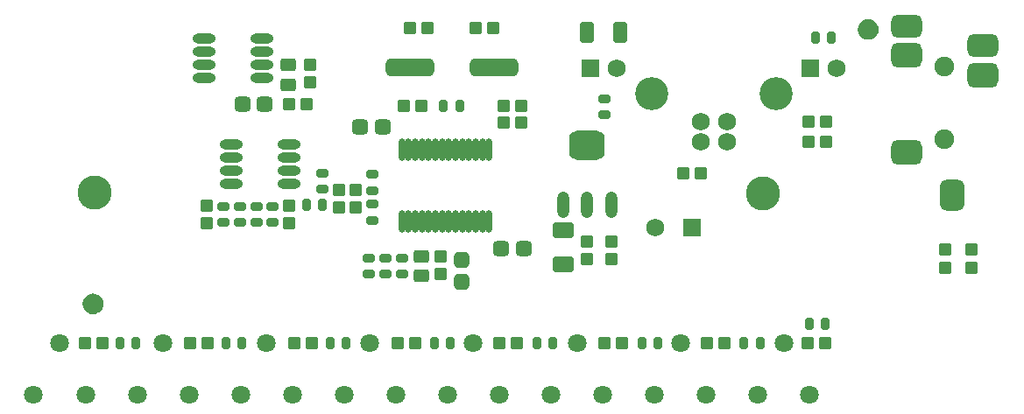
<source format=gts>
G04 Layer_Color=8388736*
%FSLAX24Y24*%
%MOIN*%
G70*
G01*
G75*
G04:AMPARAMS|DCode=47|XSize=94.6mil|YSize=118.2mil|CornerRadius=25.7mil|HoleSize=0mil|Usage=FLASHONLY|Rotation=270.000|XOffset=0mil|YOffset=0mil|HoleType=Round|Shape=RoundedRectangle|*
%AMROUNDEDRECTD47*
21,1,0.0946,0.0669,0,0,270.0*
21,1,0.0433,0.1182,0,0,270.0*
1,1,0.0513,-0.0335,-0.0217*
1,1,0.0513,-0.0335,0.0217*
1,1,0.0513,0.0335,0.0217*
1,1,0.0513,0.0335,-0.0217*
%
%ADD47ROUNDEDRECTD47*%
G04:AMPARAMS|DCode=48|XSize=86.7mil|YSize=118.2mil|CornerRadius=23.7mil|HoleSize=0mil|Usage=FLASHONLY|Rotation=270.000|XOffset=0mil|YOffset=0mil|HoleType=Round|Shape=RoundedRectangle|*
%AMROUNDEDRECTD48*
21,1,0.0867,0.0709,0,0,270.0*
21,1,0.0394,0.1182,0,0,270.0*
1,1,0.0474,-0.0354,-0.0197*
1,1,0.0474,-0.0354,0.0197*
1,1,0.0474,0.0354,0.0197*
1,1,0.0474,0.0354,-0.0197*
%
%ADD48ROUNDEDRECTD48*%
G04:AMPARAMS|DCode=49|XSize=94.6mil|YSize=118.2mil|CornerRadius=25.7mil|HoleSize=0mil|Usage=FLASHONLY|Rotation=0.000|XOffset=0mil|YOffset=0mil|HoleType=Round|Shape=RoundedRectangle|*
%AMROUNDEDRECTD49*
21,1,0.0946,0.0669,0,0,0.0*
21,1,0.0433,0.1182,0,0,0.0*
1,1,0.0513,0.0217,-0.0335*
1,1,0.0513,-0.0217,-0.0335*
1,1,0.0513,-0.0217,0.0335*
1,1,0.0513,0.0217,0.0335*
%
%ADD49ROUNDEDRECTD49*%
G04:AMPARAMS|DCode=50|XSize=49mil|YSize=44mil|CornerRadius=5.8mil|HoleSize=0mil|Usage=FLASHONLY|Rotation=90.000|XOffset=0mil|YOffset=0mil|HoleType=Round|Shape=RoundedRectangle|*
%AMROUNDEDRECTD50*
21,1,0.0490,0.0324,0,0,90.0*
21,1,0.0374,0.0440,0,0,90.0*
1,1,0.0116,0.0162,0.0187*
1,1,0.0116,0.0162,-0.0187*
1,1,0.0116,-0.0162,-0.0187*
1,1,0.0116,-0.0162,0.0187*
%
%ADD50ROUNDEDRECTD50*%
G04:AMPARAMS|DCode=51|XSize=59.2mil|YSize=80mil|CornerRadius=6.6mil|HoleSize=0mil|Usage=FLASHONLY|Rotation=270.000|XOffset=0mil|YOffset=0mil|HoleType=Round|Shape=RoundedRectangle|*
%AMROUNDEDRECTD51*
21,1,0.0592,0.0669,0,0,270.0*
21,1,0.0461,0.0800,0,0,270.0*
1,1,0.0131,-0.0335,-0.0230*
1,1,0.0131,-0.0335,0.0230*
1,1,0.0131,0.0335,0.0230*
1,1,0.0131,0.0335,-0.0230*
%
%ADD51ROUNDEDRECTD51*%
G04:AMPARAMS|DCode=52|XSize=55.2mil|YSize=82.8mil|CornerRadius=15.8mil|HoleSize=0mil|Usage=FLASHONLY|Rotation=0.000|XOffset=0mil|YOffset=0mil|HoleType=Round|Shape=RoundedRectangle|*
%AMROUNDEDRECTD52*
21,1,0.0552,0.0512,0,0,0.0*
21,1,0.0236,0.0828,0,0,0.0*
1,1,0.0316,0.0118,-0.0256*
1,1,0.0316,-0.0118,-0.0256*
1,1,0.0316,-0.0118,0.0256*
1,1,0.0316,0.0118,0.0256*
%
%ADD52ROUNDEDRECTD52*%
G04:AMPARAMS|DCode=53|XSize=36mil|YSize=43.8mil|CornerRadius=6.8mil|HoleSize=0mil|Usage=FLASHONLY|Rotation=180.000|XOffset=0mil|YOffset=0mil|HoleType=Round|Shape=RoundedRectangle|*
%AMROUNDEDRECTD53*
21,1,0.0360,0.0302,0,0,180.0*
21,1,0.0224,0.0438,0,0,180.0*
1,1,0.0136,-0.0112,0.0151*
1,1,0.0136,0.0112,0.0151*
1,1,0.0136,0.0112,-0.0151*
1,1,0.0136,-0.0112,-0.0151*
%
%ADD53ROUNDEDRECTD53*%
G04:AMPARAMS|DCode=54|XSize=36mil|YSize=43.8mil|CornerRadius=6.8mil|HoleSize=0mil|Usage=FLASHONLY|Rotation=90.000|XOffset=0mil|YOffset=0mil|HoleType=Round|Shape=RoundedRectangle|*
%AMROUNDEDRECTD54*
21,1,0.0360,0.0302,0,0,90.0*
21,1,0.0224,0.0438,0,0,90.0*
1,1,0.0136,0.0151,0.0112*
1,1,0.0136,0.0151,-0.0112*
1,1,0.0136,-0.0151,-0.0112*
1,1,0.0136,-0.0151,0.0112*
%
%ADD54ROUNDEDRECTD54*%
G04:AMPARAMS|DCode=55|XSize=63.1mil|YSize=49.3mil|CornerRadius=14.3mil|HoleSize=0mil|Usage=FLASHONLY|Rotation=180.000|XOffset=0mil|YOffset=0mil|HoleType=Round|Shape=RoundedRectangle|*
%AMROUNDEDRECTD55*
21,1,0.0631,0.0207,0,0,180.0*
21,1,0.0344,0.0493,0,0,180.0*
1,1,0.0287,-0.0172,0.0103*
1,1,0.0287,0.0172,0.0103*
1,1,0.0287,0.0172,-0.0103*
1,1,0.0287,-0.0172,-0.0103*
%
%ADD55ROUNDEDRECTD55*%
G04:AMPARAMS|DCode=56|XSize=67.1mil|YSize=185.2mil|CornerRadius=18.8mil|HoleSize=0mil|Usage=FLASHONLY|Rotation=90.000|XOffset=0mil|YOffset=0mil|HoleType=Round|Shape=RoundedRectangle|*
%AMROUNDEDRECTD56*
21,1,0.0671,0.1476,0,0,90.0*
21,1,0.0295,0.1852,0,0,90.0*
1,1,0.0375,0.0738,0.0148*
1,1,0.0375,0.0738,-0.0148*
1,1,0.0375,-0.0738,-0.0148*
1,1,0.0375,-0.0738,0.0148*
%
%ADD56ROUNDEDRECTD56*%
%ADD57O,0.0257X0.0867*%
%ADD58O,0.0474X0.1005*%
G04:AMPARAMS|DCode=59|XSize=136mil|YSize=110.4mil|CornerRadius=29.6mil|HoleSize=0mil|Usage=FLASHONLY|Rotation=0.000|XOffset=0mil|YOffset=0mil|HoleType=Round|Shape=RoundedRectangle|*
%AMROUNDEDRECTD59*
21,1,0.1360,0.0512,0,0,0.0*
21,1,0.0768,0.1104,0,0,0.0*
1,1,0.0592,0.0384,-0.0256*
1,1,0.0592,-0.0384,-0.0256*
1,1,0.0592,-0.0384,0.0256*
1,1,0.0592,0.0384,0.0256*
%
%ADD59ROUNDEDRECTD59*%
%ADD60O,0.0880X0.0375*%
G04:AMPARAMS|DCode=61|XSize=49mil|YSize=44mil|CornerRadius=5.8mil|HoleSize=0mil|Usage=FLASHONLY|Rotation=0.000|XOffset=0mil|YOffset=0mil|HoleType=Round|Shape=RoundedRectangle|*
%AMROUNDEDRECTD61*
21,1,0.0490,0.0324,0,0,0.0*
21,1,0.0374,0.0440,0,0,0.0*
1,1,0.0116,0.0187,-0.0162*
1,1,0.0116,-0.0187,-0.0162*
1,1,0.0116,-0.0187,0.0162*
1,1,0.0116,0.0187,0.0162*
%
%ADD61ROUNDEDRECTD61*%
G04:AMPARAMS|DCode=62|XSize=62mil|YSize=58mil|CornerRadius=16.5mil|HoleSize=0mil|Usage=FLASHONLY|Rotation=180.000|XOffset=0mil|YOffset=0mil|HoleType=Round|Shape=RoundedRectangle|*
%AMROUNDEDRECTD62*
21,1,0.0620,0.0250,0,0,180.0*
21,1,0.0290,0.0580,0,0,180.0*
1,1,0.0330,-0.0145,0.0125*
1,1,0.0330,0.0145,0.0125*
1,1,0.0330,0.0145,-0.0125*
1,1,0.0330,-0.0145,-0.0125*
%
%ADD62ROUNDEDRECTD62*%
G04:AMPARAMS|DCode=63|XSize=62mil|YSize=58mil|CornerRadius=16.5mil|HoleSize=0mil|Usage=FLASHONLY|Rotation=90.000|XOffset=0mil|YOffset=0mil|HoleType=Round|Shape=RoundedRectangle|*
%AMROUNDEDRECTD63*
21,1,0.0620,0.0250,0,0,90.0*
21,1,0.0290,0.0580,0,0,90.0*
1,1,0.0330,0.0125,0.0145*
1,1,0.0330,0.0125,-0.0145*
1,1,0.0330,-0.0125,-0.0145*
1,1,0.0330,-0.0125,0.0145*
%
%ADD63ROUNDEDRECTD63*%
%ADD64C,0.1300*%
%ADD65C,0.0710*%
%ADD66C,0.0749*%
%ADD67C,0.1261*%
%ADD68C,0.0680*%
%ADD69R,0.0680X0.0680*%
G36*
X65615Y45325D02*
X65710Y45285D01*
X65793Y45222D01*
X65856Y45139D01*
X65895Y45044D01*
X65909Y44941D01*
X65895Y44838D01*
X65856Y44742D01*
X65793Y44660D01*
X65710Y44597D01*
X65615Y44557D01*
X65512Y44544D01*
X65409Y44557D01*
X65313Y44597D01*
X65231Y44660D01*
X65168Y44742D01*
X65128Y44838D01*
X65115Y44941D01*
X65128Y45044D01*
X65168Y45139D01*
X65231Y45222D01*
X65313Y45285D01*
X65409Y45325D01*
X65512Y45338D01*
X65615Y45325D01*
D02*
G37*
G36*
X36126Y34872D02*
X36222Y34832D01*
X36304Y34769D01*
X36368Y34687D01*
X36407Y34591D01*
X36421Y34488D01*
X36407Y34385D01*
X36368Y34290D01*
X36304Y34207D01*
X36222Y34144D01*
X36126Y34105D01*
X36024Y34091D01*
X35921Y34105D01*
X35825Y34144D01*
X35743Y34207D01*
X35680Y34290D01*
X35640Y34385D01*
X35627Y34488D01*
X35640Y34591D01*
X35680Y34687D01*
X35743Y34769D01*
X35825Y34832D01*
X35921Y34872D01*
X36024Y34885D01*
X36126Y34872D01*
D02*
G37*
D47*
X66968Y43957D02*
D03*
X69882Y43209D02*
D03*
X66968Y40256D02*
D03*
D48*
Y45059D02*
D03*
X69882Y44311D02*
D03*
D49*
X68720Y38642D02*
D03*
D50*
X69459Y35876D02*
D03*
Y36546D02*
D03*
X68435Y35876D02*
D03*
Y36546D02*
D03*
X49232Y35630D02*
D03*
Y36300D02*
D03*
X54823Y36181D02*
D03*
Y36851D02*
D03*
X55728Y36181D02*
D03*
Y36851D02*
D03*
X45374Y38819D02*
D03*
Y38149D02*
D03*
X46004Y38819D02*
D03*
Y38149D02*
D03*
X44272Y42913D02*
D03*
Y43583D02*
D03*
X43474Y37549D02*
D03*
Y38219D02*
D03*
X40344Y37549D02*
D03*
Y38219D02*
D03*
D51*
X53917Y37284D02*
D03*
Y35984D02*
D03*
D52*
X54823Y44823D02*
D03*
X56083D02*
D03*
D53*
X49970Y42028D02*
D03*
X49360D02*
D03*
X63494Y44626D02*
D03*
X64104D02*
D03*
X44134Y38248D02*
D03*
X44744D02*
D03*
X63878Y33720D02*
D03*
X63268D02*
D03*
X60788Y32992D02*
D03*
X61398D02*
D03*
X56900D02*
D03*
X57510D02*
D03*
X52894D02*
D03*
X53504D02*
D03*
X49006Y32982D02*
D03*
X49616D02*
D03*
X45030Y32992D02*
D03*
X45640D02*
D03*
X41063D02*
D03*
X41673D02*
D03*
X37047Y32992D02*
D03*
X37657D02*
D03*
D54*
X46516Y35620D02*
D03*
Y36230D02*
D03*
X47776Y35620D02*
D03*
Y36230D02*
D03*
X47146Y35620D02*
D03*
Y36230D02*
D03*
X55492Y41683D02*
D03*
Y42293D02*
D03*
X44744Y38849D02*
D03*
Y39459D02*
D03*
X46634Y38809D02*
D03*
Y39419D02*
D03*
Y37667D02*
D03*
Y38277D02*
D03*
X42234Y38209D02*
D03*
Y37599D02*
D03*
X42854Y38209D02*
D03*
Y37599D02*
D03*
X40974Y38209D02*
D03*
Y37599D02*
D03*
X41604Y37598D02*
D03*
Y38208D02*
D03*
D55*
X48524Y36299D02*
D03*
Y35551D02*
D03*
X43445Y43583D02*
D03*
Y42835D02*
D03*
D56*
X48071Y43484D02*
D03*
X51280D02*
D03*
D57*
X49301Y40374D02*
D03*
X49557D02*
D03*
X47766D02*
D03*
X48022D02*
D03*
X48278D02*
D03*
X48533D02*
D03*
X48789D02*
D03*
X49045D02*
D03*
X51093D02*
D03*
X49813D02*
D03*
X50069D02*
D03*
X50325D02*
D03*
X50581D02*
D03*
X50837D02*
D03*
X49557Y37618D02*
D03*
X49301D02*
D03*
X49045D02*
D03*
X48789D02*
D03*
X48533D02*
D03*
X48278D02*
D03*
X48022D02*
D03*
X47766D02*
D03*
X51093D02*
D03*
X50837D02*
D03*
X50581D02*
D03*
X50325D02*
D03*
X50069D02*
D03*
X49813D02*
D03*
D58*
X53917Y38248D02*
D03*
X55728D02*
D03*
X54823D02*
D03*
D59*
Y40531D02*
D03*
D60*
X42456Y43587D02*
D03*
X40256D02*
D03*
X42456Y43087D02*
D03*
X40256D02*
D03*
X42456Y44587D02*
D03*
Y44087D02*
D03*
X40256D02*
D03*
Y44587D02*
D03*
X43480Y39571D02*
D03*
X41280D02*
D03*
X43480Y39071D02*
D03*
X41280D02*
D03*
X43480Y40571D02*
D03*
Y40071D02*
D03*
X41280D02*
D03*
Y40571D02*
D03*
D61*
X50590Y44980D02*
D03*
X51260D02*
D03*
X48741D02*
D03*
X48071D02*
D03*
X51653Y41398D02*
D03*
X52323D02*
D03*
X51653Y42027D02*
D03*
X52323D02*
D03*
X48504Y42028D02*
D03*
X47834D02*
D03*
X58464Y39469D02*
D03*
X59134D02*
D03*
X63898Y40650D02*
D03*
X63228D02*
D03*
X63898Y41437D02*
D03*
X63228D02*
D03*
X44134Y42106D02*
D03*
X43464D02*
D03*
X63218Y32992D02*
D03*
X63888D02*
D03*
X59380D02*
D03*
X60050D02*
D03*
X55482D02*
D03*
X56152D02*
D03*
X51486D02*
D03*
X52156D02*
D03*
X47618Y32982D02*
D03*
X48288D02*
D03*
X43661Y32992D02*
D03*
X44331D02*
D03*
X39714D02*
D03*
X40384D02*
D03*
X35698Y32992D02*
D03*
X36368D02*
D03*
D62*
X46188Y41240D02*
D03*
X47028D02*
D03*
X52395Y36594D02*
D03*
X51555D02*
D03*
X42553Y42106D02*
D03*
X41713D02*
D03*
D63*
X50059Y36175D02*
D03*
Y35335D02*
D03*
D64*
X36083Y38720D02*
D03*
X61516Y38681D02*
D03*
D65*
X33760Y31024D02*
D03*
X37697D02*
D03*
X41634D02*
D03*
X45571D02*
D03*
X49508D02*
D03*
X53445D02*
D03*
X57382D02*
D03*
X61319D02*
D03*
X35728D02*
D03*
X39665D02*
D03*
X43602D02*
D03*
X47539D02*
D03*
X51476D02*
D03*
X55413D02*
D03*
X59350D02*
D03*
X63287D02*
D03*
X62303Y32992D02*
D03*
X58366D02*
D03*
X54429D02*
D03*
X50492D02*
D03*
X46555D02*
D03*
X42618D02*
D03*
X38671D02*
D03*
X34744D02*
D03*
D66*
X68425Y40768D02*
D03*
Y43524D02*
D03*
D67*
X62016Y42504D02*
D03*
X57276D02*
D03*
D68*
X60138Y41437D02*
D03*
Y40650D02*
D03*
X59154Y41437D02*
D03*
Y40650D02*
D03*
X64317Y43445D02*
D03*
X55941D02*
D03*
X57421Y37382D02*
D03*
D69*
X63317Y43445D02*
D03*
X54941D02*
D03*
X58799Y37382D02*
D03*
M02*

</source>
